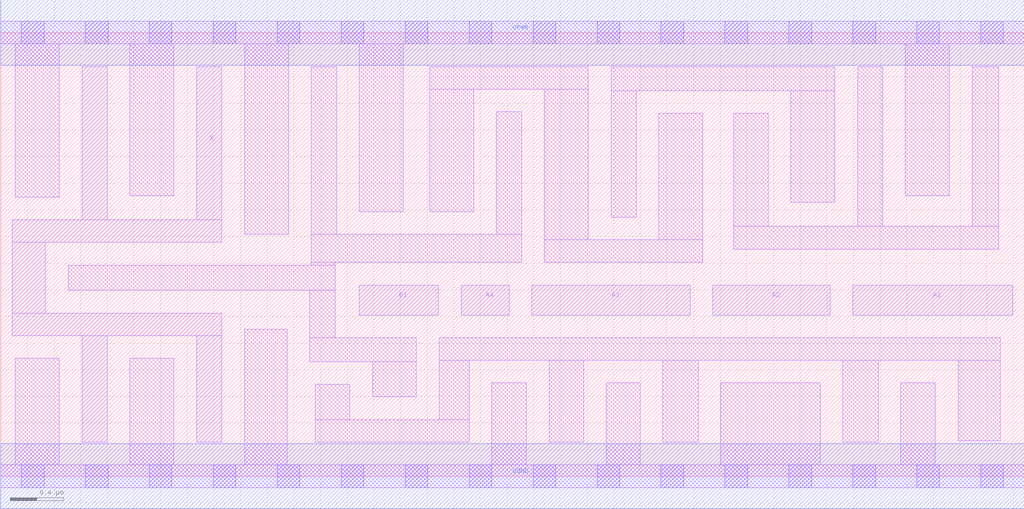
<source format=lef>
# Copyright 2020 The SkyWater PDK Authors
#
# Licensed under the Apache License, Version 2.0 (the "License");
# you may not use this file except in compliance with the License.
# You may obtain a copy of the License at
#
#     https://www.apache.org/licenses/LICENSE-2.0
#
# Unless required by applicable law or agreed to in writing, software
# distributed under the License is distributed on an "AS IS" BASIS,
# WITHOUT WARRANTIES OR CONDITIONS OF ANY KIND, either express or implied.
# See the License for the specific language governing permissions and
# limitations under the License.
#
# SPDX-License-Identifier: Apache-2.0

VERSION 5.7 ;
  NAMESCASESENSITIVE ON ;
  NOWIREEXTENSIONATPIN ON ;
  DIVIDERCHAR "/" ;
  BUSBITCHARS "[]" ;
UNITS
  DATABASE MICRONS 200 ;
END UNITS
MACRO sky130_fd_sc_lp__o41a_4
  CLASS CORE ;
  SOURCE USER ;
  FOREIGN sky130_fd_sc_lp__o41a_4 ;
  ORIGIN  0.000000  0.000000 ;
  SIZE  7.680000 BY  3.330000 ;
  SYMMETRY X Y R90 ;
  SITE unit ;
  PIN A1
    ANTENNAGATEAREA  0.630000 ;
    DIRECTION INPUT ;
    USE SIGNAL ;
    PORT
      LAYER li1 ;
        RECT 6.395000 1.210000 7.595000 1.435000 ;
    END
  END A1
  PIN A2
    ANTENNAGATEAREA  0.630000 ;
    DIRECTION INPUT ;
    USE SIGNAL ;
    PORT
      LAYER li1 ;
        RECT 5.345000 1.210000 6.225000 1.435000 ;
    END
  END A2
  PIN A3
    ANTENNAGATEAREA  0.630000 ;
    DIRECTION INPUT ;
    USE SIGNAL ;
    PORT
      LAYER li1 ;
        RECT 3.985000 1.210000 5.175000 1.435000 ;
    END
  END A3
  PIN A4
    ANTENNAGATEAREA  0.630000 ;
    DIRECTION INPUT ;
    USE SIGNAL ;
    PORT
      LAYER li1 ;
        RECT 3.455000 1.210000 3.815000 1.435000 ;
    END
  END A4
  PIN B1
    ANTENNAGATEAREA  0.630000 ;
    DIRECTION INPUT ;
    USE SIGNAL ;
    PORT
      LAYER li1 ;
        RECT 2.690000 1.210000 3.285000 1.435000 ;
    END
  END B1
  PIN X
    ANTENNADIFFAREA  1.176000 ;
    DIRECTION OUTPUT ;
    USE SIGNAL ;
    PORT
      LAYER li1 ;
        RECT 0.085000 1.055000 1.660000 1.225000 ;
        RECT 0.085000 1.225000 0.335000 1.755000 ;
        RECT 0.085000 1.755000 1.660000 1.925000 ;
        RECT 0.610000 0.255000 0.800000 1.055000 ;
        RECT 0.610000 1.925000 0.800000 3.075000 ;
        RECT 1.470000 0.255000 1.660000 1.055000 ;
        RECT 1.470000 1.925000 1.660000 3.075000 ;
    END
  END X
  PIN VGND
    DIRECTION INOUT ;
    USE GROUND ;
    PORT
      LAYER met1 ;
        RECT 0.000000 -0.245000 7.680000 0.245000 ;
    END
  END VGND
  PIN VPWR
    DIRECTION INOUT ;
    USE POWER ;
    PORT
      LAYER met1 ;
        RECT 0.000000 3.085000 7.680000 3.575000 ;
    END
  END VPWR
  OBS
    LAYER li1 ;
      RECT 0.000000 -0.085000 7.680000 0.085000 ;
      RECT 0.000000  3.245000 7.680000 3.415000 ;
      RECT 0.110000  0.085000 0.440000 0.885000 ;
      RECT 0.110000  2.095000 0.440000 3.245000 ;
      RECT 0.505000  1.395000 2.510000 1.585000 ;
      RECT 0.970000  0.085000 1.300000 0.885000 ;
      RECT 0.970000  2.105000 1.300000 3.245000 ;
      RECT 1.830000  0.085000 2.150000 1.105000 ;
      RECT 1.830000  1.815000 2.160000 3.245000 ;
      RECT 2.320000  0.860000 3.120000 1.040000 ;
      RECT 2.320000  1.040000 2.510000 1.395000 ;
      RECT 2.330000  1.585000 2.510000 1.605000 ;
      RECT 2.330000  1.605000 3.910000 1.815000 ;
      RECT 2.330000  1.815000 2.520000 3.075000 ;
      RECT 2.360000  0.255000 3.515000 0.425000 ;
      RECT 2.360000  0.425000 2.620000 0.690000 ;
      RECT 2.690000  1.985000 3.020000 3.245000 ;
      RECT 2.790000  0.595000 3.120000 0.860000 ;
      RECT 3.220000  1.985000 3.550000 2.905000 ;
      RECT 3.220000  2.905000 4.410000 3.075000 ;
      RECT 3.290000  0.425000 3.515000 0.870000 ;
      RECT 3.290000  0.870000 7.500000 1.040000 ;
      RECT 3.685000  0.085000 3.945000 0.700000 ;
      RECT 3.720000  1.815000 3.910000 2.735000 ;
      RECT 4.080000  1.605000 5.270000 1.775000 ;
      RECT 4.080000  1.775000 4.410000 2.905000 ;
      RECT 4.115000  0.255000 4.375000 0.870000 ;
      RECT 4.545000  0.085000 4.800000 0.700000 ;
      RECT 4.580000  1.945000 4.770000 2.895000 ;
      RECT 4.580000  2.895000 6.260000 3.075000 ;
      RECT 4.940000  1.775000 5.270000 2.725000 ;
      RECT 4.970000  0.255000 5.235000 0.870000 ;
      RECT 5.405000  0.085000 6.150000 0.700000 ;
      RECT 5.500000  1.705000 7.490000 1.875000 ;
      RECT 5.500000  1.875000 5.760000 2.725000 ;
      RECT 5.930000  2.055000 6.260000 2.895000 ;
      RECT 6.320000  0.255000 6.585000 0.870000 ;
      RECT 6.430000  1.875000 6.620000 3.075000 ;
      RECT 6.755000  0.085000 7.015000 0.700000 ;
      RECT 6.790000  2.105000 7.120000 3.245000 ;
      RECT 7.185000  0.265000 7.500000 0.870000 ;
      RECT 7.290000  1.875000 7.490000 3.075000 ;
    LAYER mcon ;
      RECT 0.155000 -0.085000 0.325000 0.085000 ;
      RECT 0.155000  3.245000 0.325000 3.415000 ;
      RECT 0.635000 -0.085000 0.805000 0.085000 ;
      RECT 0.635000  3.245000 0.805000 3.415000 ;
      RECT 1.115000 -0.085000 1.285000 0.085000 ;
      RECT 1.115000  3.245000 1.285000 3.415000 ;
      RECT 1.595000 -0.085000 1.765000 0.085000 ;
      RECT 1.595000  3.245000 1.765000 3.415000 ;
      RECT 2.075000 -0.085000 2.245000 0.085000 ;
      RECT 2.075000  3.245000 2.245000 3.415000 ;
      RECT 2.555000 -0.085000 2.725000 0.085000 ;
      RECT 2.555000  3.245000 2.725000 3.415000 ;
      RECT 3.035000 -0.085000 3.205000 0.085000 ;
      RECT 3.035000  3.245000 3.205000 3.415000 ;
      RECT 3.515000 -0.085000 3.685000 0.085000 ;
      RECT 3.515000  3.245000 3.685000 3.415000 ;
      RECT 3.995000 -0.085000 4.165000 0.085000 ;
      RECT 3.995000  3.245000 4.165000 3.415000 ;
      RECT 4.475000 -0.085000 4.645000 0.085000 ;
      RECT 4.475000  3.245000 4.645000 3.415000 ;
      RECT 4.955000 -0.085000 5.125000 0.085000 ;
      RECT 4.955000  3.245000 5.125000 3.415000 ;
      RECT 5.435000 -0.085000 5.605000 0.085000 ;
      RECT 5.435000  3.245000 5.605000 3.415000 ;
      RECT 5.915000 -0.085000 6.085000 0.085000 ;
      RECT 5.915000  3.245000 6.085000 3.415000 ;
      RECT 6.395000 -0.085000 6.565000 0.085000 ;
      RECT 6.395000  3.245000 6.565000 3.415000 ;
      RECT 6.875000 -0.085000 7.045000 0.085000 ;
      RECT 6.875000  3.245000 7.045000 3.415000 ;
      RECT 7.355000 -0.085000 7.525000 0.085000 ;
      RECT 7.355000  3.245000 7.525000 3.415000 ;
  END
END sky130_fd_sc_lp__o41a_4
END LIBRARY

</source>
